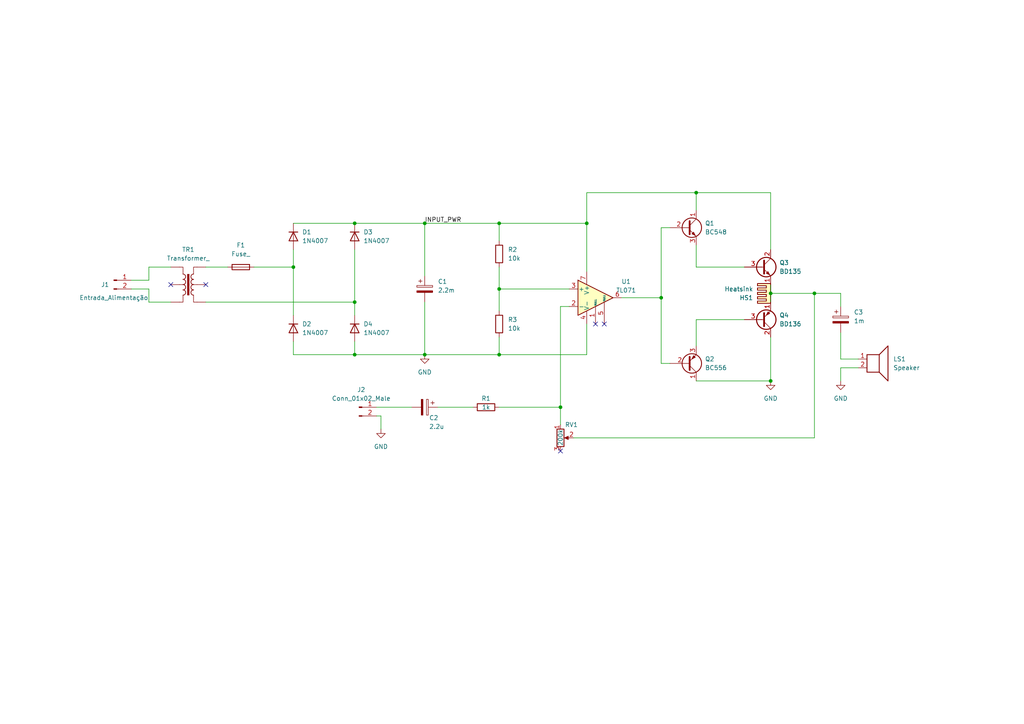
<source format=kicad_sch>
(kicad_sch (version 20211123) (generator eeschema)

  (uuid 00f00fbe-d647-421d-84e9-e35d4a8c5500)

  (paper "A4")

  (lib_symbols
    (symbol "Amplifier_Operational:TL071" (pin_names (offset 0.127)) (in_bom yes) (on_board yes)
      (property "Reference" "U" (id 0) (at 0 6.35 0)
        (effects (font (size 1.27 1.27)) (justify left))
      )
      (property "Value" "TL071" (id 1) (at 0 3.81 0)
        (effects (font (size 1.27 1.27)) (justify left))
      )
      (property "Footprint" "" (id 2) (at 1.27 1.27 0)
        (effects (font (size 1.27 1.27)) hide)
      )
      (property "Datasheet" "http://www.ti.com/lit/ds/symlink/tl071.pdf" (id 3) (at 3.81 3.81 0)
        (effects (font (size 1.27 1.27)) hide)
      )
      (property "ki_keywords" "singel opamp" (id 4) (at 0 0 0)
        (effects (font (size 1.27 1.27)) hide)
      )
      (property "ki_description" "Single Low-Noise JFET-Input Operational Amplifiers, DIP-8/SOIC-8" (id 5) (at 0 0 0)
        (effects (font (size 1.27 1.27)) hide)
      )
      (property "ki_fp_filters" "SOIC*3.9x4.9mm*P1.27mm* DIP*W7.62mm* TSSOP*3x3mm*P0.65mm*" (id 6) (at 0 0 0)
        (effects (font (size 1.27 1.27)) hide)
      )
      (symbol "TL071_0_1"
        (polyline
          (pts
            (xy -5.08 5.08)
            (xy 5.08 0)
            (xy -5.08 -5.08)
            (xy -5.08 5.08)
          )
          (stroke (width 0.254) (type default) (color 0 0 0 0))
          (fill (type background))
        )
      )
      (symbol "TL071_1_1"
        (pin input line (at 0 -7.62 90) (length 5.08)
          (name "NULL" (effects (font (size 0.508 0.508))))
          (number "1" (effects (font (size 1.27 1.27))))
        )
        (pin input line (at -7.62 -2.54 0) (length 2.54)
          (name "-" (effects (font (size 1.27 1.27))))
          (number "2" (effects (font (size 1.27 1.27))))
        )
        (pin input line (at -7.62 2.54 0) (length 2.54)
          (name "+" (effects (font (size 1.27 1.27))))
          (number "3" (effects (font (size 1.27 1.27))))
        )
        (pin power_in line (at -2.54 -7.62 90) (length 3.81)
          (name "V-" (effects (font (size 1.27 1.27))))
          (number "4" (effects (font (size 1.27 1.27))))
        )
        (pin input line (at 2.54 -7.62 90) (length 6.35)
          (name "NULL" (effects (font (size 0.508 0.508))))
          (number "5" (effects (font (size 1.27 1.27))))
        )
        (pin output line (at 7.62 0 180) (length 2.54)
          (name "~" (effects (font (size 1.27 1.27))))
          (number "6" (effects (font (size 1.27 1.27))))
        )
        (pin power_in line (at -2.54 7.62 270) (length 3.81)
          (name "V+" (effects (font (size 1.27 1.27))))
          (number "7" (effects (font (size 1.27 1.27))))
        )
        (pin no_connect line (at 0 2.54 270) (length 2.54) hide
          (name "NC" (effects (font (size 1.27 1.27))))
          (number "8" (effects (font (size 1.27 1.27))))
        )
      )
    )
    (symbol "Connector:Conn_01x02_Male" (pin_names (offset 1.016) hide) (in_bom yes) (on_board yes)
      (property "Reference" "J" (id 0) (at 0 2.54 0)
        (effects (font (size 1.27 1.27)))
      )
      (property "Value" "Conn_01x02_Male" (id 1) (at 0 -5.08 0)
        (effects (font (size 1.27 1.27)))
      )
      (property "Footprint" "" (id 2) (at 0 0 0)
        (effects (font (size 1.27 1.27)) hide)
      )
      (property "Datasheet" "~" (id 3) (at 0 0 0)
        (effects (font (size 1.27 1.27)) hide)
      )
      (property "ki_keywords" "connector" (id 4) (at 0 0 0)
        (effects (font (size 1.27 1.27)) hide)
      )
      (property "ki_description" "Generic connector, single row, 01x02, script generated (kicad-library-utils/schlib/autogen/connector/)" (id 5) (at 0 0 0)
        (effects (font (size 1.27 1.27)) hide)
      )
      (property "ki_fp_filters" "Connector*:*_1x??_*" (id 6) (at 0 0 0)
        (effects (font (size 1.27 1.27)) hide)
      )
      (symbol "Conn_01x02_Male_1_1"
        (polyline
          (pts
            (xy 1.27 -2.54)
            (xy 0.8636 -2.54)
          )
          (stroke (width 0.1524) (type default) (color 0 0 0 0))
          (fill (type none))
        )
        (polyline
          (pts
            (xy 1.27 0)
            (xy 0.8636 0)
          )
          (stroke (width 0.1524) (type default) (color 0 0 0 0))
          (fill (type none))
        )
        (rectangle (start 0.8636 -2.413) (end 0 -2.667)
          (stroke (width 0.1524) (type default) (color 0 0 0 0))
          (fill (type outline))
        )
        (rectangle (start 0.8636 0.127) (end 0 -0.127)
          (stroke (width 0.1524) (type default) (color 0 0 0 0))
          (fill (type outline))
        )
        (pin passive line (at 5.08 0 180) (length 3.81)
          (name "Pin_1" (effects (font (size 1.27 1.27))))
          (number "1" (effects (font (size 1.27 1.27))))
        )
        (pin passive line (at 5.08 -2.54 180) (length 3.81)
          (name "Pin_2" (effects (font (size 1.27 1.27))))
          (number "2" (effects (font (size 1.27 1.27))))
        )
      )
    )
    (symbol "Device:C_Polarized" (pin_numbers hide) (pin_names (offset 0.254)) (in_bom yes) (on_board yes)
      (property "Reference" "C" (id 0) (at 0.635 2.54 0)
        (effects (font (size 1.27 1.27)) (justify left))
      )
      (property "Value" "C_Polarized" (id 1) (at 0.635 -2.54 0)
        (effects (font (size 1.27 1.27)) (justify left))
      )
      (property "Footprint" "" (id 2) (at 0.9652 -3.81 0)
        (effects (font (size 1.27 1.27)) hide)
      )
      (property "Datasheet" "~" (id 3) (at 0 0 0)
        (effects (font (size 1.27 1.27)) hide)
      )
      (property "ki_keywords" "cap capacitor" (id 4) (at 0 0 0)
        (effects (font (size 1.27 1.27)) hide)
      )
      (property "ki_description" "Polarized capacitor" (id 5) (at 0 0 0)
        (effects (font (size 1.27 1.27)) hide)
      )
      (property "ki_fp_filters" "CP_*" (id 6) (at 0 0 0)
        (effects (font (size 1.27 1.27)) hide)
      )
      (symbol "C_Polarized_0_1"
        (rectangle (start -2.286 0.508) (end 2.286 1.016)
          (stroke (width 0) (type default) (color 0 0 0 0))
          (fill (type none))
        )
        (polyline
          (pts
            (xy -1.778 2.286)
            (xy -0.762 2.286)
          )
          (stroke (width 0) (type default) (color 0 0 0 0))
          (fill (type none))
        )
        (polyline
          (pts
            (xy -1.27 2.794)
            (xy -1.27 1.778)
          )
          (stroke (width 0) (type default) (color 0 0 0 0))
          (fill (type none))
        )
        (rectangle (start 2.286 -0.508) (end -2.286 -1.016)
          (stroke (width 0) (type default) (color 0 0 0 0))
          (fill (type outline))
        )
      )
      (symbol "C_Polarized_1_1"
        (pin passive line (at 0 3.81 270) (length 2.794)
          (name "~" (effects (font (size 1.27 1.27))))
          (number "1" (effects (font (size 1.27 1.27))))
        )
        (pin passive line (at 0 -3.81 90) (length 2.794)
          (name "~" (effects (font (size 1.27 1.27))))
          (number "2" (effects (font (size 1.27 1.27))))
        )
      )
    )
    (symbol "Device:R" (pin_numbers hide) (pin_names (offset 0)) (in_bom yes) (on_board yes)
      (property "Reference" "R" (id 0) (at 2.032 0 90)
        (effects (font (size 1.27 1.27)))
      )
      (property "Value" "R" (id 1) (at 0 0 90)
        (effects (font (size 1.27 1.27)))
      )
      (property "Footprint" "" (id 2) (at -1.778 0 90)
        (effects (font (size 1.27 1.27)) hide)
      )
      (property "Datasheet" "~" (id 3) (at 0 0 0)
        (effects (font (size 1.27 1.27)) hide)
      )
      (property "ki_keywords" "R res resistor" (id 4) (at 0 0 0)
        (effects (font (size 1.27 1.27)) hide)
      )
      (property "ki_description" "Resistor" (id 5) (at 0 0 0)
        (effects (font (size 1.27 1.27)) hide)
      )
      (property "ki_fp_filters" "R_*" (id 6) (at 0 0 0)
        (effects (font (size 1.27 1.27)) hide)
      )
      (symbol "R_0_1"
        (rectangle (start -1.016 -2.54) (end 1.016 2.54)
          (stroke (width 0.254) (type default) (color 0 0 0 0))
          (fill (type none))
        )
      )
      (symbol "R_1_1"
        (pin passive line (at 0 3.81 270) (length 1.27)
          (name "~" (effects (font (size 1.27 1.27))))
          (number "1" (effects (font (size 1.27 1.27))))
        )
        (pin passive line (at 0 -3.81 90) (length 1.27)
          (name "~" (effects (font (size 1.27 1.27))))
          (number "2" (effects (font (size 1.27 1.27))))
        )
      )
    )
    (symbol "Device:R_Potentiometer" (pin_names (offset 1.016) hide) (in_bom yes) (on_board yes)
      (property "Reference" "RV" (id 0) (at -4.445 0 90)
        (effects (font (size 1.27 1.27)))
      )
      (property "Value" "R_Potentiometer" (id 1) (at -2.54 0 90)
        (effects (font (size 1.27 1.27)))
      )
      (property "Footprint" "" (id 2) (at 0 0 0)
        (effects (font (size 1.27 1.27)) hide)
      )
      (property "Datasheet" "~" (id 3) (at 0 0 0)
        (effects (font (size 1.27 1.27)) hide)
      )
      (property "ki_keywords" "resistor variable" (id 4) (at 0 0 0)
        (effects (font (size 1.27 1.27)) hide)
      )
      (property "ki_description" "Potentiometer" (id 5) (at 0 0 0)
        (effects (font (size 1.27 1.27)) hide)
      )
      (property "ki_fp_filters" "Potentiometer*" (id 6) (at 0 0 0)
        (effects (font (size 1.27 1.27)) hide)
      )
      (symbol "R_Potentiometer_0_1"
        (polyline
          (pts
            (xy 2.54 0)
            (xy 1.524 0)
          )
          (stroke (width 0) (type default) (color 0 0 0 0))
          (fill (type none))
        )
        (polyline
          (pts
            (xy 1.143 0)
            (xy 2.286 0.508)
            (xy 2.286 -0.508)
            (xy 1.143 0)
          )
          (stroke (width 0) (type default) (color 0 0 0 0))
          (fill (type outline))
        )
        (rectangle (start 1.016 2.54) (end -1.016 -2.54)
          (stroke (width 0.254) (type default) (color 0 0 0 0))
          (fill (type none))
        )
      )
      (symbol "R_Potentiometer_1_1"
        (pin passive line (at 0 3.81 270) (length 1.27)
          (name "1" (effects (font (size 1.27 1.27))))
          (number "1" (effects (font (size 1.27 1.27))))
        )
        (pin passive line (at 3.81 0 180) (length 1.27)
          (name "2" (effects (font (size 1.27 1.27))))
          (number "2" (effects (font (size 1.27 1.27))))
        )
        (pin passive line (at 0 -3.81 90) (length 1.27)
          (name "3" (effects (font (size 1.27 1.27))))
          (number "3" (effects (font (size 1.27 1.27))))
        )
      )
    )
    (symbol "Device:Speaker" (pin_names (offset 0) hide) (in_bom yes) (on_board yes)
      (property "Reference" "LS" (id 0) (at 1.27 5.715 0)
        (effects (font (size 1.27 1.27)) (justify right))
      )
      (property "Value" "Speaker" (id 1) (at 1.27 3.81 0)
        (effects (font (size 1.27 1.27)) (justify right))
      )
      (property "Footprint" "" (id 2) (at 0 -5.08 0)
        (effects (font (size 1.27 1.27)) hide)
      )
      (property "Datasheet" "~" (id 3) (at -0.254 -1.27 0)
        (effects (font (size 1.27 1.27)) hide)
      )
      (property "ki_keywords" "speaker sound" (id 4) (at 0 0 0)
        (effects (font (size 1.27 1.27)) hide)
      )
      (property "ki_description" "Speaker" (id 5) (at 0 0 0)
        (effects (font (size 1.27 1.27)) hide)
      )
      (symbol "Speaker_0_0"
        (rectangle (start -2.54 1.27) (end 1.016 -3.81)
          (stroke (width 0.254) (type default) (color 0 0 0 0))
          (fill (type none))
        )
        (polyline
          (pts
            (xy 1.016 1.27)
            (xy 3.556 3.81)
            (xy 3.556 -6.35)
            (xy 1.016 -3.81)
          )
          (stroke (width 0.254) (type default) (color 0 0 0 0))
          (fill (type none))
        )
      )
      (symbol "Speaker_1_1"
        (pin input line (at -5.08 0 0) (length 2.54)
          (name "1" (effects (font (size 1.27 1.27))))
          (number "1" (effects (font (size 1.27 1.27))))
        )
        (pin input line (at -5.08 -2.54 0) (length 2.54)
          (name "2" (effects (font (size 1.27 1.27))))
          (number "2" (effects (font (size 1.27 1.27))))
        )
      )
    )
    (symbol "Diode:1N4007" (pin_numbers hide) (pin_names (offset 1.016) hide) (in_bom yes) (on_board yes)
      (property "Reference" "D" (id 0) (at 0 2.54 0)
        (effects (font (size 1.27 1.27)))
      )
      (property "Value" "1N4007" (id 1) (at 0 -2.54 0)
        (effects (font (size 1.27 1.27)))
      )
      (property "Footprint" "Diode_THT:D_DO-41_SOD81_P10.16mm_Horizontal" (id 2) (at 0 -4.445 0)
        (effects (font (size 1.27 1.27)) hide)
      )
      (property "Datasheet" "http://www.vishay.com/docs/88503/1n4001.pdf" (id 3) (at 0 0 0)
        (effects (font (size 1.27 1.27)) hide)
      )
      (property "ki_keywords" "diode" (id 4) (at 0 0 0)
        (effects (font (size 1.27 1.27)) hide)
      )
      (property "ki_description" "1000V 1A General Purpose Rectifier Diode, DO-41" (id 5) (at 0 0 0)
        (effects (font (size 1.27 1.27)) hide)
      )
      (property "ki_fp_filters" "D*DO?41*" (id 6) (at 0 0 0)
        (effects (font (size 1.27 1.27)) hide)
      )
      (symbol "1N4007_0_1"
        (polyline
          (pts
            (xy -1.27 1.27)
            (xy -1.27 -1.27)
          )
          (stroke (width 0.254) (type default) (color 0 0 0 0))
          (fill (type none))
        )
        (polyline
          (pts
            (xy 1.27 0)
            (xy -1.27 0)
          )
          (stroke (width 0) (type default) (color 0 0 0 0))
          (fill (type none))
        )
        (polyline
          (pts
            (xy 1.27 1.27)
            (xy 1.27 -1.27)
            (xy -1.27 0)
            (xy 1.27 1.27)
          )
          (stroke (width 0.254) (type default) (color 0 0 0 0))
          (fill (type none))
        )
      )
      (symbol "1N4007_1_1"
        (pin passive line (at -3.81 0 0) (length 2.54)
          (name "K" (effects (font (size 1.27 1.27))))
          (number "1" (effects (font (size 1.27 1.27))))
        )
        (pin passive line (at 3.81 0 180) (length 2.54)
          (name "A" (effects (font (size 1.27 1.27))))
          (number "2" (effects (font (size 1.27 1.27))))
        )
      )
    )
    (symbol "Mechanical:Heatsink" (pin_names (offset 1.016)) (in_bom yes) (on_board yes)
      (property "Reference" "HS" (id 0) (at 0 5.08 0)
        (effects (font (size 1.27 1.27)))
      )
      (property "Value" "Heatsink" (id 1) (at 0 -1.27 0)
        (effects (font (size 1.27 1.27)))
      )
      (property "Footprint" "" (id 2) (at 0.3048 0 0)
        (effects (font (size 1.27 1.27)) hide)
      )
      (property "Datasheet" "~" (id 3) (at 0.3048 0 0)
        (effects (font (size 1.27 1.27)) hide)
      )
      (property "ki_keywords" "thermal heat temperature" (id 4) (at 0 0 0)
        (effects (font (size 1.27 1.27)) hide)
      )
      (property "ki_description" "Heatsink" (id 5) (at 0 0 0)
        (effects (font (size 1.27 1.27)) hide)
      )
      (property "ki_fp_filters" "Heatsink_*" (id 6) (at 0 0 0)
        (effects (font (size 1.27 1.27)) hide)
      )
      (symbol "Heatsink_0_1"
        (polyline
          (pts
            (xy -0.3302 1.27)
            (xy -0.9652 1.27)
            (xy -0.9652 3.81)
            (xy -1.6002 3.81)
            (xy -1.6002 1.27)
            (xy -2.2352 1.27)
            (xy -2.2352 3.81)
            (xy -2.8702 3.81)
            (xy -2.8702 0)
            (xy -0.9652 0)
          )
          (stroke (width 0.254) (type default) (color 0 0 0 0))
          (fill (type background))
        )
        (polyline
          (pts
            (xy -0.3302 1.27)
            (xy -0.3302 3.81)
            (xy 0.3048 3.81)
            (xy 0.3048 1.27)
            (xy 0.9398 1.27)
            (xy 0.9398 3.81)
            (xy 1.5748 3.81)
            (xy 1.5748 1.27)
            (xy 2.2098 1.27)
            (xy 2.2098 3.81)
            (xy 2.8448 3.81)
            (xy 2.8448 0)
            (xy -0.9652 0)
          )
          (stroke (width 0.254) (type default) (color 0 0 0 0))
          (fill (type background))
        )
      )
    )
    (symbol "Transistor_BJT:BC548" (pin_names (offset 0) hide) (in_bom yes) (on_board yes)
      (property "Reference" "Q" (id 0) (at 5.08 1.905 0)
        (effects (font (size 1.27 1.27)) (justify left))
      )
      (property "Value" "BC548" (id 1) (at 5.08 0 0)
        (effects (font (size 1.27 1.27)) (justify left))
      )
      (property "Footprint" "Package_TO_SOT_THT:TO-92_Inline" (id 2) (at 5.08 -1.905 0)
        (effects (font (size 1.27 1.27) italic) (justify left) hide)
      )
      (property "Datasheet" "https://www.onsemi.com/pub/Collateral/BC550-D.pdf" (id 3) (at 0 0 0)
        (effects (font (size 1.27 1.27)) (justify left) hide)
      )
      (property "ki_keywords" "NPN Transistor" (id 4) (at 0 0 0)
        (effects (font (size 1.27 1.27)) hide)
      )
      (property "ki_description" "0.1A Ic, 30V Vce, Small Signal NPN Transistor, TO-92" (id 5) (at 0 0 0)
        (effects (font (size 1.27 1.27)) hide)
      )
      (property "ki_fp_filters" "TO?92*" (id 6) (at 0 0 0)
        (effects (font (size 1.27 1.27)) hide)
      )
      (symbol "BC548_0_1"
        (polyline
          (pts
            (xy 0 0)
            (xy 0.635 0)
          )
          (stroke (width 0) (type default) (color 0 0 0 0))
          (fill (type none))
        )
        (polyline
          (pts
            (xy 0.635 0.635)
            (xy 2.54 2.54)
          )
          (stroke (width 0) (type default) (color 0 0 0 0))
          (fill (type none))
        )
        (polyline
          (pts
            (xy 0.635 -0.635)
            (xy 2.54 -2.54)
            (xy 2.54 -2.54)
          )
          (stroke (width 0) (type default) (color 0 0 0 0))
          (fill (type none))
        )
        (polyline
          (pts
            (xy 0.635 1.905)
            (xy 0.635 -1.905)
            (xy 0.635 -1.905)
          )
          (stroke (width 0.508) (type default) (color 0 0 0 0))
          (fill (type none))
        )
        (polyline
          (pts
            (xy 1.27 -1.778)
            (xy 1.778 -1.27)
            (xy 2.286 -2.286)
            (xy 1.27 -1.778)
            (xy 1.27 -1.778)
          )
          (stroke (width 0) (type default) (color 0 0 0 0))
          (fill (type outline))
        )
        (circle (center 1.27 0) (radius 2.8194)
          (stroke (width 0.254) (type default) (color 0 0 0 0))
          (fill (type none))
        )
      )
      (symbol "BC548_1_1"
        (pin passive line (at 2.54 5.08 270) (length 2.54)
          (name "C" (effects (font (size 1.27 1.27))))
          (number "1" (effects (font (size 1.27 1.27))))
        )
        (pin input line (at -5.08 0 0) (length 5.08)
          (name "B" (effects (font (size 1.27 1.27))))
          (number "2" (effects (font (size 1.27 1.27))))
        )
        (pin passive line (at 2.54 -5.08 90) (length 2.54)
          (name "E" (effects (font (size 1.27 1.27))))
          (number "3" (effects (font (size 1.27 1.27))))
        )
      )
    )
    (symbol "Transistor_BJT:BC556" (pin_names (offset 0) hide) (in_bom yes) (on_board yes)
      (property "Reference" "Q" (id 0) (at 5.08 1.905 0)
        (effects (font (size 1.27 1.27)) (justify left))
      )
      (property "Value" "BC556" (id 1) (at 5.08 0 0)
        (effects (font (size 1.27 1.27)) (justify left))
      )
      (property "Footprint" "Package_TO_SOT_THT:TO-92_Inline" (id 2) (at 5.08 -1.905 0)
        (effects (font (size 1.27 1.27) italic) (justify left) hide)
      )
      (property "Datasheet" "https://www.onsemi.com/pub/Collateral/BC556BTA-D.pdf" (id 3) (at 0 0 0)
        (effects (font (size 1.27 1.27)) (justify left) hide)
      )
      (property "ki_keywords" "PNP Transistor" (id 4) (at 0 0 0)
        (effects (font (size 1.27 1.27)) hide)
      )
      (property "ki_description" "0.1A Ic, 65V Vce, PNP Small Signal Transistor, TO-92" (id 5) (at 0 0 0)
        (effects (font (size 1.27 1.27)) hide)
      )
      (property "ki_fp_filters" "TO?92*" (id 6) (at 0 0 0)
        (effects (font (size 1.27 1.27)) hide)
      )
      (symbol "BC556_0_1"
        (polyline
          (pts
            (xy 0.635 0.635)
            (xy 2.54 2.54)
          )
          (stroke (width 0) (type default) (color 0 0 0 0))
          (fill (type none))
        )
        (polyline
          (pts
            (xy 0.635 -0.635)
            (xy 2.54 -2.54)
            (xy 2.54 -2.54)
          )
          (stroke (width 0) (type default) (color 0 0 0 0))
          (fill (type none))
        )
        (polyline
          (pts
            (xy 0.635 1.905)
            (xy 0.635 -1.905)
            (xy 0.635 -1.905)
          )
          (stroke (width 0.508) (type default) (color 0 0 0 0))
          (fill (type none))
        )
        (polyline
          (pts
            (xy 2.286 -1.778)
            (xy 1.778 -2.286)
            (xy 1.27 -1.27)
            (xy 2.286 -1.778)
            (xy 2.286 -1.778)
          )
          (stroke (width 0) (type default) (color 0 0 0 0))
          (fill (type outline))
        )
        (circle (center 1.27 0) (radius 2.8194)
          (stroke (width 0.254) (type default) (color 0 0 0 0))
          (fill (type none))
        )
      )
      (symbol "BC556_1_1"
        (pin passive line (at 2.54 5.08 270) (length 2.54)
          (name "C" (effects (font (size 1.27 1.27))))
          (number "1" (effects (font (size 1.27 1.27))))
        )
        (pin input line (at -5.08 0 0) (length 5.715)
          (name "B" (effects (font (size 1.27 1.27))))
          (number "2" (effects (font (size 1.27 1.27))))
        )
        (pin passive line (at 2.54 -5.08 90) (length 2.54)
          (name "E" (effects (font (size 1.27 1.27))))
          (number "3" (effects (font (size 1.27 1.27))))
        )
      )
    )
    (symbol "Transistor_BJT:BD135" (pin_names (offset 0) hide) (in_bom yes) (on_board yes)
      (property "Reference" "Q" (id 0) (at 5.08 1.905 0)
        (effects (font (size 1.27 1.27)) (justify left))
      )
      (property "Value" "BD135" (id 1) (at 5.08 0 0)
        (effects (font (size 1.27 1.27)) (justify left))
      )
      (property "Footprint" "Package_TO_SOT_THT:TO-126-3_Vertical" (id 2) (at 5.08 -1.905 0)
        (effects (font (size 1.27 1.27) italic) (justify left) hide)
      )
      (property "Datasheet" "http://www.st.com/internet/com/TECHNICAL_RESOURCES/TECHNICAL_LITERATURE/DATASHEET/CD00001225.pdf" (id 3) (at 0 0 0)
        (effects (font (size 1.27 1.27)) (justify left) hide)
      )
      (property "ki_keywords" "Low Voltage Transistor" (id 4) (at 0 0 0)
        (effects (font (size 1.27 1.27)) hide)
      )
      (property "ki_description" "1.5A Ic, 45V Vce, Low Voltage Transistor, TO-126" (id 5) (at 0 0 0)
        (effects (font (size 1.27 1.27)) hide)
      )
      (property "ki_fp_filters" "TO?126*" (id 6) (at 0 0 0)
        (effects (font (size 1.27 1.27)) hide)
      )
      (symbol "BD135_0_1"
        (polyline
          (pts
            (xy 0 0)
            (xy 0.635 0)
          )
          (stroke (width 0) (type default) (color 0 0 0 0))
          (fill (type none))
        )
        (polyline
          (pts
            (xy 2.54 -2.54)
            (xy 0.635 -0.635)
          )
          (stroke (width 0) (type default) (color 0 0 0 0))
          (fill (type none))
        )
        (polyline
          (pts
            (xy 2.54 2.54)
            (xy 0.635 0.635)
          )
          (stroke (width 0) (type default) (color 0 0 0 0))
          (fill (type none))
        )
        (polyline
          (pts
            (xy 0.635 1.905)
            (xy 0.635 -1.905)
            (xy 0.635 -1.905)
          )
          (stroke (width 0.508) (type default) (color 0 0 0 0))
          (fill (type outline))
        )
        (polyline
          (pts
            (xy 1.2446 -1.778)
            (xy 1.7526 -1.27)
            (xy 2.286 -2.286)
            (xy 1.2446 -1.778)
            (xy 1.2446 -1.778)
          )
          (stroke (width 0) (type default) (color 0 0 0 0))
          (fill (type outline))
        )
        (circle (center 1.27 0) (radius 2.8194)
          (stroke (width 0.3048) (type default) (color 0 0 0 0))
          (fill (type none))
        )
      )
      (symbol "BD135_1_1"
        (pin passive line (at 2.54 -5.08 90) (length 2.54)
          (name "E" (effects (font (size 1.27 1.27))))
          (number "1" (effects (font (size 1.27 1.27))))
        )
        (pin passive line (at 2.54 5.08 270) (length 2.54)
          (name "C" (effects (font (size 1.27 1.27))))
          (number "2" (effects (font (size 1.27 1.27))))
        )
        (pin input line (at -5.08 0 0) (length 5.08)
          (name "B" (effects (font (size 1.27 1.27))))
          (number "3" (effects (font (size 1.27 1.27))))
        )
      )
    )
    (symbol "Transistor_BJT:BD136" (pin_names (offset 0) hide) (in_bom yes) (on_board yes)
      (property "Reference" "Q" (id 0) (at 5.08 1.905 0)
        (effects (font (size 1.27 1.27)) (justify left))
      )
      (property "Value" "BD136" (id 1) (at 5.08 0 0)
        (effects (font (size 1.27 1.27)) (justify left))
      )
      (property "Footprint" "Package_TO_SOT_THT:TO-126-3_Vertical" (id 2) (at 5.08 -1.905 0)
        (effects (font (size 1.27 1.27) italic) (justify left) hide)
      )
      (property "Datasheet" "http://www.st.com/internet/com/TECHNICAL_RESOURCES/TECHNICAL_LITERATURE/DATASHEET/CD00001225.pdf" (id 3) (at 0 0 0)
        (effects (font (size 1.27 1.27)) (justify left) hide)
      )
      (property "ki_keywords" "Low Voltage Transistor" (id 4) (at 0 0 0)
        (effects (font (size 1.27 1.27)) hide)
      )
      (property "ki_description" "1.5A Ic, 45V Vce, Low Voltage Transistor, TO-126" (id 5) (at 0 0 0)
        (effects (font (size 1.27 1.27)) hide)
      )
      (property "ki_fp_filters" "TO?126*" (id 6) (at 0 0 0)
        (effects (font (size 1.27 1.27)) hide)
      )
      (symbol "BD136_0_1"
        (polyline
          (pts
            (xy 0 0)
            (xy 0.635 0)
          )
          (stroke (width 0) (type default) (color 0 0 0 0))
          (fill (type none))
        )
        (polyline
          (pts
            (xy 2.54 -2.54)
            (xy 0.635 -0.635)
          )
          (stroke (width 0) (type default) (color 0 0 0 0))
          (fill (type none))
        )
        (polyline
          (pts
            (xy 2.54 2.54)
            (xy 0.635 0.635)
          )
          (stroke (width 0) (type default) (color 0 0 0 0))
          (fill (type none))
        )
        (polyline
          (pts
            (xy 0.635 1.905)
            (xy 0.635 -1.905)
            (xy 0.635 -1.905)
          )
          (stroke (width 0.508) (type default) (color 0 0 0 0))
          (fill (type outline))
        )
        (polyline
          (pts
            (xy 1.778 -2.286)
            (xy 2.286 -1.778)
            (xy 1.27 -1.27)
            (xy 1.778 -2.286)
            (xy 1.778 -2.286)
          )
          (stroke (width 0) (type default) (color 0 0 0 0))
          (fill (type outline))
        )
        (circle (center 1.27 0) (radius 2.8194)
          (stroke (width 0.3048) (type default) (color 0 0 0 0))
          (fill (type none))
        )
      )
      (symbol "BD136_1_1"
        (pin passive line (at 2.54 -5.08 90) (length 2.54)
          (name "E" (effects (font (size 1.27 1.27))))
          (number "1" (effects (font (size 1.27 1.27))))
        )
        (pin passive line (at 2.54 5.08 270) (length 2.54)
          (name "C" (effects (font (size 1.27 1.27))))
          (number "2" (effects (font (size 1.27 1.27))))
        )
        (pin input line (at -5.08 0 0) (length 5.08)
          (name "B" (effects (font (size 1.27 1.27))))
          (number "3" (effects (font (size 1.27 1.27))))
        )
      )
    )
    (symbol "power:GND" (power) (pin_names (offset 0)) (in_bom yes) (on_board yes)
      (property "Reference" "#PWR" (id 0) (at 0 -6.35 0)
        (effects (font (size 1.27 1.27)) hide)
      )
      (property "Value" "GND" (id 1) (at 0 -3.81 0)
        (effects (font (size 1.27 1.27)))
      )
      (property "Footprint" "" (id 2) (at 0 0 0)
        (effects (font (size 1.27 1.27)) hide)
      )
      (property "Datasheet" "" (id 3) (at 0 0 0)
        (effects (font (size 1.27 1.27)) hide)
      )
      (property "ki_keywords" "power-flag" (id 4) (at 0 0 0)
        (effects (font (size 1.27 1.27)) hide)
      )
      (property "ki_description" "Power symbol creates a global label with name \"GND\" , ground" (id 5) (at 0 0 0)
        (effects (font (size 1.27 1.27)) hide)
      )
      (symbol "GND_0_1"
        (polyline
          (pts
            (xy 0 0)
            (xy 0 -1.27)
            (xy 1.27 -1.27)
            (xy 0 -2.54)
            (xy -1.27 -1.27)
            (xy 0 -1.27)
          )
          (stroke (width 0) (type default) (color 0 0 0 0))
          (fill (type none))
        )
      )
      (symbol "GND_1_1"
        (pin power_in line (at 0 0 270) (length 0) hide
          (name "GND" (effects (font (size 1.27 1.27))))
          (number "1" (effects (font (size 1.27 1.27))))
        )
      )
    )
    (symbol "projeto1:Fuse_" (pin_numbers hide) (pin_names (offset 0)) (in_bom yes) (on_board yes)
      (property "Reference" "F" (id 0) (at 2.032 0 90)
        (effects (font (size 1.27 1.27)))
      )
      (property "Value" "Fuse_" (id 1) (at -1.905 0 90)
        (effects (font (size 1.27 1.27)))
      )
      (property "Footprint" "" (id 2) (at -1.778 0 90)
        (effects (font (size 1.27 1.27)) hide)
      )
      (property "Datasheet" "~" (id 3) (at 0 0 0)
        (effects (font (size 1.27 1.27)) hide)
      )
      (property "ki_keywords" "fuse" (id 4) (at 0 0 0)
        (effects (font (size 1.27 1.27)) hide)
      )
      (property "ki_description" "Fuse" (id 5) (at 0 0 0)
        (effects (font (size 1.27 1.27)) hide)
      )
      (property "ki_fp_filters" "*Fuse*" (id 6) (at 0 0 0)
        (effects (font (size 1.27 1.27)) hide)
      )
      (symbol "Fuse__0_1"
        (rectangle (start -0.762 -2.54) (end 0.762 2.54)
          (stroke (width 0.254) (type default) (color 0 0 0 0))
          (fill (type none))
        )
        (polyline
          (pts
            (xy 0 2.54)
            (xy 0 -2.54)
          )
          (stroke (width 0) (type default) (color 0 0 0 0))
          (fill (type none))
        )
      )
      (symbol "Fuse__1_1"
        (pin passive line (at 0 3.81 270) (length 1.27)
          (name "~" (effects (font (size 1.27 1.27))))
          (number "1" (effects (font (size 1.27 1.27))))
        )
        (pin passive line (at 0 -3.81 90) (length 1.27)
          (name "~" (effects (font (size 1.27 1.27))))
          (number "2" (effects (font (size 1.27 1.27))))
        )
      )
    )
    (symbol "projeto1:Transformer_" (pin_numbers hide) (pin_names (offset 0)) (in_bom yes) (on_board yes)
      (property "Reference" "TR" (id 0) (at 0 6.35 0)
        (effects (font (size 1.27 1.27)))
      )
      (property "Value" "Transformer_" (id 1) (at 0 -6.35 0)
        (effects (font (size 1.27 1.27)))
      )
      (property "Footprint" "" (id 2) (at 0 0 0)
        (effects (font (size 1.27 1.27)) hide)
      )
      (property "Datasheet" "" (id 3) (at 0 0 0)
        (effects (font (size 1.27 1.27)) hide)
      )
      (symbol "Transformer__0_1"
        (arc (start -1.524 -3.048) (mid -0.762 -2.286) (end -1.524 -1.524)
          (stroke (width 0.2032) (type default) (color 0 0 0 0))
          (fill (type none))
        )
        (arc (start -1.524 -1.524) (mid -0.762 -0.762) (end -1.524 0)
          (stroke (width 0.2032) (type default) (color 0 0 0 0))
          (fill (type none))
        )
        (arc (start -1.524 0) (mid -0.762 0.762) (end -1.524 1.524)
          (stroke (width 0.2032) (type default) (color 0 0 0 0))
          (fill (type none))
        )
        (arc (start -1.524 1.524) (mid -0.762 2.286) (end -1.524 3.048)
          (stroke (width 0.2032) (type default) (color 0 0 0 0))
          (fill (type none))
        )
        (rectangle (start -0.254 3.048) (end 0.254 -3.048)
          (stroke (width 0.0254) (type default) (color 0 0 0 0))
          (fill (type outline))
        )
        (polyline
          (pts
            (xy -1.524 0)
            (xy -2.54 0)
            (xy -2.54 0)
          )
          (stroke (width 0) (type default) (color 0 0 0 0))
          (fill (type outline))
        )
        (polyline
          (pts
            (xy 1.524 0)
            (xy 2.54 0)
            (xy 2.54 0)
          )
          (stroke (width 0) (type default) (color 0 0 0 0))
          (fill (type outline))
        )
        (polyline
          (pts
            (xy -2.54 5.08)
            (xy -1.524 5.08)
            (xy -1.524 3.048)
            (xy -1.524 3.048)
          )
          (stroke (width 0.1524) (type default) (color 0 0 0 0))
          (fill (type none))
        )
        (polyline
          (pts
            (xy -1.524 -3.048)
            (xy -1.524 -5.08)
            (xy -2.54 -5.08)
            (xy -2.54 -5.08)
          )
          (stroke (width 0.1524) (type default) (color 0 0 0 0))
          (fill (type none))
        )
        (polyline
          (pts
            (xy 1.524 3.048)
            (xy 1.524 5.08)
            (xy 2.54 5.08)
            (xy 2.54 5.08)
          )
          (stroke (width 0.1524) (type default) (color 0 0 0 0))
          (fill (type none))
        )
        (polyline
          (pts
            (xy 2.54 -5.08)
            (xy 1.524 -5.08)
            (xy 1.524 -3.048)
            (xy 1.524 -3.048)
          )
          (stroke (width 0.1524) (type default) (color 0 0 0 0))
          (fill (type none))
        )
        (arc (start 1.524 -1.524) (mid 0.762 -2.286) (end 1.524 -3.048)
          (stroke (width 0.2032) (type default) (color 0 0 0 0))
          (fill (type none))
        )
        (arc (start 1.524 0) (mid 0.762 -0.762) (end 1.524 -1.524)
          (stroke (width 0.2032) (type default) (color 0 0 0 0))
          (fill (type none))
        )
        (arc (start 1.524 1.524) (mid 0.762 0.762) (end 1.524 0)
          (stroke (width 0.2032) (type default) (color 0 0 0 0))
          (fill (type none))
        )
        (arc (start 1.524 3.048) (mid 0.762 2.286) (end 1.524 1.524)
          (stroke (width 0.2032) (type default) (color 0 0 0 0))
          (fill (type none))
        )
      )
      (symbol "Transformer__1_1"
        (pin passive line (at -5.08 5.08 0) (length 2.54)
          (name "~" (effects (font (size 1.27 1.27))))
          (number "1" (effects (font (size 1.27 1.27))))
        )
        (pin passive line (at -5.08 0 0) (length 2.54)
          (name "~" (effects (font (size 1.27 1.27))))
          (number "2" (effects (font (size 1.27 1.27))))
        )
        (pin passive line (at -5.08 -5.08 0) (length 2.54)
          (name "~" (effects (font (size 1.27 1.27))))
          (number "3" (effects (font (size 1.27 1.27))))
        )
        (pin passive line (at 5.08 -5.08 180) (length 2.54)
          (name "~" (effects (font (size 1.27 1.27))))
          (number "4" (effects (font (size 1.27 1.27))))
        )
        (pin passive line (at 5.08 0 180) (length 2.54)
          (name "~" (effects (font (size 1.27 1.27))))
          (number "5" (effects (font (size 1.27 1.27))))
        )
        (pin passive line (at 5.08 5.08 180) (length 2.54)
          (name "~" (effects (font (size 1.27 1.27))))
          (number "6" (effects (font (size 1.27 1.27))))
        )
      )
    )
  )


  (junction (at 123.19 102.87) (diameter 0) (color 0 0 0 0)
    (uuid 2c563898-38ba-4c1c-bec7-c4eeb4b23b01)
  )
  (junction (at 102.87 64.77) (diameter 0) (color 0 0 0 0)
    (uuid 30cc9e29-a5b2-4725-91d7-6702bfecbb3c)
  )
  (junction (at 144.78 83.82) (diameter 0) (color 0 0 0 0)
    (uuid 389b1a9a-0766-40fe-a310-de3ab422fdd4)
  )
  (junction (at 123.19 64.77) (diameter 0) (color 0 0 0 0)
    (uuid 47234c1b-4d70-4685-b714-6524c6b90b3f)
  )
  (junction (at 144.78 64.77) (diameter 0) (color 0 0 0 0)
    (uuid 5b0400b1-ca93-4aed-a750-d9c8ffc764a3)
  )
  (junction (at 144.78 102.87) (diameter 0) (color 0 0 0 0)
    (uuid 703c37c7-567e-43b3-b6c5-6a504451f77b)
  )
  (junction (at 223.52 85.09) (diameter 0) (color 0 0 0 0)
    (uuid 7eb84255-7ff4-4abe-b8e7-aded18480923)
  )
  (junction (at 201.93 55.88) (diameter 0) (color 0 0 0 0)
    (uuid a0354e64-9f88-4188-85e7-c4596ecaf1bb)
  )
  (junction (at 102.87 102.87) (diameter 0) (color 0 0 0 0)
    (uuid a81e2c85-6b3c-4df1-95bf-90e271cf6f34)
  )
  (junction (at 236.22 85.09) (diameter 0) (color 0 0 0 0)
    (uuid ac83a64e-269b-4fae-b67a-ad2e0b936ee9)
  )
  (junction (at 191.77 86.36) (diameter 0) (color 0 0 0 0)
    (uuid b0ae3088-38ad-4102-b9d7-406b424fe60d)
  )
  (junction (at 85.09 77.47) (diameter 0) (color 0 0 0 0)
    (uuid bee80bd8-c867-4b3d-a491-d96256f49b42)
  )
  (junction (at 170.18 64.77) (diameter 0) (color 0 0 0 0)
    (uuid c276a300-a8ac-4182-9c62-d2eeca5cfaed)
  )
  (junction (at 223.52 110.49) (diameter 0) (color 0 0 0 0)
    (uuid c5b56ae2-c7bb-4f0c-9c03-2c1ed902908b)
  )
  (junction (at 102.87 87.63) (diameter 0) (color 0 0 0 0)
    (uuid e8e1c25a-c1bb-46a4-844e-dbdece1adc20)
  )
  (junction (at 162.56 118.11) (diameter 0) (color 0 0 0 0)
    (uuid f8a0a69e-7794-4b5e-b814-e390f741ee6c)
  )

  (no_connect (at 172.72 93.98) (uuid 4a31351e-1acf-47a2-a2c6-af92ae80f078))
  (no_connect (at 162.56 130.81) (uuid 6fba6519-9488-4498-91b0-e3d5cb3703c9))
  (no_connect (at 59.69 82.55) (uuid 7162051f-f0af-4c38-8693-a63ec5758a53))
  (no_connect (at 49.53 82.55) (uuid 717c1ab8-e3f1-470f-80d5-56937a0a6850))
  (no_connect (at 175.26 93.98) (uuid fa215d33-e0b4-4ce2-a6f1-3dc91332708c))

  (wire (pts (xy 223.52 110.49) (xy 201.93 110.49))
    (stroke (width 0) (type default) (color 0 0 0 0))
    (uuid 0032c0d7-80b2-4fe0-83a3-47320d16faf4)
  )
  (wire (pts (xy 43.18 77.47) (xy 49.53 77.47))
    (stroke (width 0) (type default) (color 0 0 0 0))
    (uuid 022f8804-ee24-4d40-ac98-08a1ae065506)
  )
  (wire (pts (xy 123.19 102.87) (xy 144.78 102.87))
    (stroke (width 0) (type default) (color 0 0 0 0))
    (uuid 0576cbce-d6b0-47d1-ac03-6a60c79620a6)
  )
  (wire (pts (xy 191.77 86.36) (xy 191.77 66.04))
    (stroke (width 0) (type default) (color 0 0 0 0))
    (uuid 081d3ae8-20b3-476f-8e0d-14aaa66b0ca0)
  )
  (wire (pts (xy 144.78 77.47) (xy 144.78 83.82))
    (stroke (width 0) (type default) (color 0 0 0 0))
    (uuid 14fc50e7-ca27-40be-abd8-8159ced0e012)
  )
  (wire (pts (xy 73.66 77.47) (xy 85.09 77.47))
    (stroke (width 0) (type default) (color 0 0 0 0))
    (uuid 159c5724-9754-4966-832a-9b7214714694)
  )
  (wire (pts (xy 170.18 64.77) (xy 170.18 78.74))
    (stroke (width 0) (type default) (color 0 0 0 0))
    (uuid 18d2013c-5d54-4882-8fa7-c044b17be808)
  )
  (wire (pts (xy 109.22 118.11) (xy 119.38 118.11))
    (stroke (width 0) (type default) (color 0 0 0 0))
    (uuid 1aedd2ac-02cb-4bc3-95c5-2e4f9e8ac960)
  )
  (wire (pts (xy 223.52 82.55) (xy 223.52 85.09))
    (stroke (width 0) (type default) (color 0 0 0 0))
    (uuid 1afddda3-45ab-467a-bcc1-5c55f219d982)
  )
  (wire (pts (xy 127 118.11) (xy 137.16 118.11))
    (stroke (width 0) (type default) (color 0 0 0 0))
    (uuid 1d997e40-daed-4712-9fe0-ef7018c70e1f)
  )
  (wire (pts (xy 85.09 77.47) (xy 85.09 91.44))
    (stroke (width 0) (type default) (color 0 0 0 0))
    (uuid 22bf90b3-a196-4ca1-b242-1c46c7519ec9)
  )
  (wire (pts (xy 43.18 83.82) (xy 43.18 87.63))
    (stroke (width 0) (type default) (color 0 0 0 0))
    (uuid 26960468-ea79-4d0d-8ee8-291211ac28ac)
  )
  (wire (pts (xy 102.87 99.06) (xy 102.87 102.87))
    (stroke (width 0) (type default) (color 0 0 0 0))
    (uuid 29c08d24-6e67-48a4-a672-7bf02c71cc04)
  )
  (wire (pts (xy 201.93 60.96) (xy 201.93 55.88))
    (stroke (width 0) (type default) (color 0 0 0 0))
    (uuid 2a10118a-1efb-40ff-8360-841127bd511f)
  )
  (wire (pts (xy 102.87 87.63) (xy 102.87 91.44))
    (stroke (width 0) (type default) (color 0 0 0 0))
    (uuid 2de0ee35-8d06-48ad-bd27-ee9f9fee5d05)
  )
  (wire (pts (xy 194.31 105.41) (xy 191.77 105.41))
    (stroke (width 0) (type default) (color 0 0 0 0))
    (uuid 30e2f232-96b5-4112-8237-e477a88f3cab)
  )
  (wire (pts (xy 144.78 64.77) (xy 144.78 69.85))
    (stroke (width 0) (type default) (color 0 0 0 0))
    (uuid 32bf5bc4-4ee5-480c-9e28-2f86bf601965)
  )
  (wire (pts (xy 201.93 100.33) (xy 201.93 92.71))
    (stroke (width 0) (type default) (color 0 0 0 0))
    (uuid 3490ff7d-f238-43f6-9fe7-13f5b5f27f49)
  )
  (wire (pts (xy 223.52 72.39) (xy 223.52 55.88))
    (stroke (width 0) (type default) (color 0 0 0 0))
    (uuid 35de8b7b-92c3-4956-83d0-09e6f0502e81)
  )
  (wire (pts (xy 162.56 118.11) (xy 162.56 123.19))
    (stroke (width 0) (type default) (color 0 0 0 0))
    (uuid 42169517-35aa-4a2b-b0e8-c41664d84b21)
  )
  (wire (pts (xy 43.18 81.28) (xy 43.18 77.47))
    (stroke (width 0) (type default) (color 0 0 0 0))
    (uuid 4a3b3951-be0a-4432-8323-647a683a0c8f)
  )
  (wire (pts (xy 162.56 88.9) (xy 165.1 88.9))
    (stroke (width 0) (type default) (color 0 0 0 0))
    (uuid 4e8cc33b-0b8f-473a-98d6-fc314dad5cd1)
  )
  (wire (pts (xy 170.18 55.88) (xy 170.18 64.77))
    (stroke (width 0) (type default) (color 0 0 0 0))
    (uuid 50f97203-b138-4cdb-89c9-e0d5e7d55b29)
  )
  (wire (pts (xy 144.78 97.79) (xy 144.78 102.87))
    (stroke (width 0) (type default) (color 0 0 0 0))
    (uuid 52e8af4d-b634-4e5e-ba6c-e8843f5dd5da)
  )
  (wire (pts (xy 85.09 99.06) (xy 85.09 102.87))
    (stroke (width 0) (type default) (color 0 0 0 0))
    (uuid 5f82fc1c-27c8-4437-94d5-7e1188511639)
  )
  (wire (pts (xy 236.22 127) (xy 236.22 85.09))
    (stroke (width 0) (type default) (color 0 0 0 0))
    (uuid 607451af-1b73-4f07-b383-8b4b49fb9ae2)
  )
  (wire (pts (xy 144.78 64.77) (xy 170.18 64.77))
    (stroke (width 0) (type default) (color 0 0 0 0))
    (uuid 62980949-4823-4970-9693-eb85cdf32966)
  )
  (wire (pts (xy 144.78 118.11) (xy 162.56 118.11))
    (stroke (width 0) (type default) (color 0 0 0 0))
    (uuid 63a320a9-bd5d-4447-a183-17dac3b897af)
  )
  (wire (pts (xy 144.78 83.82) (xy 165.1 83.82))
    (stroke (width 0) (type default) (color 0 0 0 0))
    (uuid 6564832f-8f2f-4f87-a300-273f13964d97)
  )
  (wire (pts (xy 59.69 87.63) (xy 102.87 87.63))
    (stroke (width 0) (type default) (color 0 0 0 0))
    (uuid 6732a265-37e5-4d19-8378-0c7a2cfda1b4)
  )
  (wire (pts (xy 38.1 83.82) (xy 43.18 83.82))
    (stroke (width 0) (type default) (color 0 0 0 0))
    (uuid 6e904c3c-5f38-4e67-96cb-0869b0346200)
  )
  (wire (pts (xy 201.93 92.71) (xy 215.9 92.71))
    (stroke (width 0) (type default) (color 0 0 0 0))
    (uuid 7f2e6b99-9faa-47b1-8364-a8d28a0c9d07)
  )
  (wire (pts (xy 43.18 87.63) (xy 49.53 87.63))
    (stroke (width 0) (type default) (color 0 0 0 0))
    (uuid 8143c0df-6719-4fd1-943b-d6d756ce5899)
  )
  (wire (pts (xy 109.22 120.65) (xy 110.49 120.65))
    (stroke (width 0) (type default) (color 0 0 0 0))
    (uuid 845a1ecc-d39e-4791-9fef-30d6893f01a5)
  )
  (wire (pts (xy 102.87 64.77) (xy 123.19 64.77))
    (stroke (width 0) (type default) (color 0 0 0 0))
    (uuid 8762f2a3-873e-4a55-bb81-0d00fece22aa)
  )
  (wire (pts (xy 248.92 106.68) (xy 243.84 106.68))
    (stroke (width 0) (type default) (color 0 0 0 0))
    (uuid 91a8d392-8dc8-4831-a532-b66c44acd28e)
  )
  (wire (pts (xy 243.84 104.14) (xy 248.92 104.14))
    (stroke (width 0) (type default) (color 0 0 0 0))
    (uuid 9901a9ea-ae8d-4808-adcb-f9c32bcf484f)
  )
  (wire (pts (xy 243.84 85.09) (xy 243.84 88.9))
    (stroke (width 0) (type default) (color 0 0 0 0))
    (uuid 99866dac-2942-40ad-8793-aea7893b3a32)
  )
  (wire (pts (xy 110.49 120.65) (xy 110.49 124.46))
    (stroke (width 0) (type default) (color 0 0 0 0))
    (uuid 9b348643-535f-4024-a7d0-4b7309f7b221)
  )
  (wire (pts (xy 236.22 85.09) (xy 243.84 85.09))
    (stroke (width 0) (type default) (color 0 0 0 0))
    (uuid 9ff07a73-edb6-430a-8424-97fbfa0e6d8c)
  )
  (wire (pts (xy 102.87 102.87) (xy 123.19 102.87))
    (stroke (width 0) (type default) (color 0 0 0 0))
    (uuid a3e359e6-3bae-462d-9af0-2ec0d35d8bb7)
  )
  (wire (pts (xy 201.93 71.12) (xy 201.93 77.47))
    (stroke (width 0) (type default) (color 0 0 0 0))
    (uuid a420f4a2-7180-4a3b-8786-4d478d8ee609)
  )
  (wire (pts (xy 243.84 106.68) (xy 243.84 110.49))
    (stroke (width 0) (type default) (color 0 0 0 0))
    (uuid aafa3197-b531-45be-a7fb-ef931cddf65d)
  )
  (wire (pts (xy 243.84 96.52) (xy 243.84 104.14))
    (stroke (width 0) (type default) (color 0 0 0 0))
    (uuid b36b6bde-e921-4ec8-ac97-4adb1e7e49e5)
  )
  (wire (pts (xy 85.09 64.77) (xy 102.87 64.77))
    (stroke (width 0) (type default) (color 0 0 0 0))
    (uuid b5d2672c-3a6c-4466-bbe1-31e3099df5ad)
  )
  (wire (pts (xy 123.19 87.63) (xy 123.19 102.87))
    (stroke (width 0) (type default) (color 0 0 0 0))
    (uuid b8bc47c1-cc25-4818-a317-81a61a3ab5a1)
  )
  (wire (pts (xy 144.78 83.82) (xy 144.78 90.17))
    (stroke (width 0) (type default) (color 0 0 0 0))
    (uuid bd3b2559-9848-4d4a-bbf1-ad7493778731)
  )
  (wire (pts (xy 191.77 66.04) (xy 194.31 66.04))
    (stroke (width 0) (type default) (color 0 0 0 0))
    (uuid bf8aa03d-a785-412c-89a4-4313900756f4)
  )
  (wire (pts (xy 201.93 77.47) (xy 215.9 77.47))
    (stroke (width 0) (type default) (color 0 0 0 0))
    (uuid bfecb08f-06b8-4798-b82d-00651c2b974d)
  )
  (wire (pts (xy 85.09 72.39) (xy 85.09 77.47))
    (stroke (width 0) (type default) (color 0 0 0 0))
    (uuid c1a6c47f-f294-4404-97ce-b07ee0c40f2b)
  )
  (wire (pts (xy 180.34 86.36) (xy 191.77 86.36))
    (stroke (width 0) (type default) (color 0 0 0 0))
    (uuid c2388d9e-6e0b-4d09-bede-f9ebdcb5c403)
  )
  (wire (pts (xy 102.87 72.39) (xy 102.87 87.63))
    (stroke (width 0) (type default) (color 0 0 0 0))
    (uuid caab37ef-32ac-4d8b-b8f8-8670a6835efc)
  )
  (wire (pts (xy 223.52 85.09) (xy 236.22 85.09))
    (stroke (width 0) (type default) (color 0 0 0 0))
    (uuid cdb5320b-9352-4c41-bdde-831db847b2bb)
  )
  (wire (pts (xy 144.78 102.87) (xy 170.18 102.87))
    (stroke (width 0) (type default) (color 0 0 0 0))
    (uuid cdd735ed-1870-4cf9-97c7-f3c4ac4a036a)
  )
  (wire (pts (xy 223.52 97.79) (xy 223.52 110.49))
    (stroke (width 0) (type default) (color 0 0 0 0))
    (uuid ce0005b8-9afc-48b6-872b-2b0d7fb4022b)
  )
  (wire (pts (xy 201.93 55.88) (xy 170.18 55.88))
    (stroke (width 0) (type default) (color 0 0 0 0))
    (uuid dd5ccf5f-4ba7-44e1-b83e-dd0d81d34a35)
  )
  (wire (pts (xy 38.1 81.28) (xy 43.18 81.28))
    (stroke (width 0) (type default) (color 0 0 0 0))
    (uuid e0459431-48dc-4dc1-ab2e-f8a6c8ba6ee0)
  )
  (wire (pts (xy 123.19 64.77) (xy 144.78 64.77))
    (stroke (width 0) (type default) (color 0 0 0 0))
    (uuid e06d6004-d575-4641-9e62-6deb64da76b7)
  )
  (wire (pts (xy 191.77 105.41) (xy 191.77 86.36))
    (stroke (width 0) (type default) (color 0 0 0 0))
    (uuid e1b56d55-c78a-4937-bcae-8a28f14fac58)
  )
  (wire (pts (xy 59.69 77.47) (xy 66.04 77.47))
    (stroke (width 0) (type default) (color 0 0 0 0))
    (uuid e296e5f2-9274-4e32-9164-4361bef9c5c0)
  )
  (wire (pts (xy 223.52 85.09) (xy 223.52 87.63))
    (stroke (width 0) (type default) (color 0 0 0 0))
    (uuid ea1ddfca-fb37-485d-9c5c-de05c449a3d0)
  )
  (wire (pts (xy 162.56 88.9) (xy 162.56 118.11))
    (stroke (width 0) (type default) (color 0 0 0 0))
    (uuid eba40aab-c11e-4d52-bb4d-60557e99673c)
  )
  (wire (pts (xy 166.37 127) (xy 236.22 127))
    (stroke (width 0) (type default) (color 0 0 0 0))
    (uuid ec20ea33-ee9f-4667-8c0c-4ae79d5cc71c)
  )
  (wire (pts (xy 170.18 93.98) (xy 170.18 102.87))
    (stroke (width 0) (type default) (color 0 0 0 0))
    (uuid f0dbb3c6-d650-455f-9bf7-cccf1f61de27)
  )
  (wire (pts (xy 85.09 102.87) (xy 102.87 102.87))
    (stroke (width 0) (type default) (color 0 0 0 0))
    (uuid f2dd68e0-a919-4ea7-a8b5-9336c37e1785)
  )
  (wire (pts (xy 123.19 64.77) (xy 123.19 80.01))
    (stroke (width 0) (type default) (color 0 0 0 0))
    (uuid f5ac64b6-0466-4ea7-8c60-0c0ee28f3de2)
  )
  (wire (pts (xy 223.52 55.88) (xy 201.93 55.88))
    (stroke (width 0) (type default) (color 0 0 0 0))
    (uuid fea3e30a-2d1d-4599-ad8b-e3808db7000b)
  )

  (label "INPUT_PWR" (at 123.19 64.77 0)
    (effects (font (size 1.27 1.27)) (justify left bottom))
    (uuid 63fcfc59-7439-416e-96ce-38a112eb4939)
  )

  (symbol (lib_id "Diode:1N4007") (at 85.09 95.25 270) (unit 1)
    (in_bom yes) (on_board yes) (fields_autoplaced)
    (uuid 068a9790-fb27-4ed7-b394-15e726e61794)
    (property "Reference" "D2" (id 0) (at 87.63 93.9799 90)
      (effects (font (size 1.27 1.27)) (justify left))
    )
    (property "Value" "1N4007" (id 1) (at 87.63 96.5199 90)
      (effects (font (size 1.27 1.27)) (justify left))
    )
    (property "Footprint" "Diode_THT:D_DO-41_SOD81_P10.16mm_Horizontal" (id 2) (at 80.645 95.25 0)
      (effects (font (size 1.27 1.27)) hide)
    )
    (property "Datasheet" "http://www.vishay.com/docs/88503/1n4001.pdf" (id 3) (at 85.09 95.25 0)
      (effects (font (size 1.27 1.27)) hide)
    )
    (pin "1" (uuid bdc4dad8-ff1c-4722-a77e-92490426d756))
    (pin "2" (uuid 9b2d10a4-b6a1-4ff8-9910-e7203a5b5a3b))
  )

  (symbol (lib_id "projeto1:Fuse_") (at 69.85 77.47 90) (unit 1)
    (in_bom yes) (on_board yes) (fields_autoplaced)
    (uuid 2068aeb6-baf3-491a-b999-6d3034205b99)
    (property "Reference" "F1" (id 0) (at 69.85 71.12 90))
    (property "Value" "" (id 1) (at 69.85 73.66 90))
    (property "Footprint" "" (id 2) (at 69.85 79.248 90)
      (effects (font (size 1.27 1.27)) hide)
    )
    (property "Datasheet" "~" (id 3) (at 69.85 77.47 0)
      (effects (font (size 1.27 1.27)) hide)
    )
    (pin "1" (uuid afda2f25-4020-4c28-b854-82f29c45d0ad))
    (pin "2" (uuid 68ff8b0b-2cb5-4f14-aa40-67e6727cca1c))
  )

  (symbol (lib_id "power:GND") (at 110.49 124.46 0) (unit 1)
    (in_bom yes) (on_board yes) (fields_autoplaced)
    (uuid 2e97f135-a5ee-43e7-83e5-1140551bb0cf)
    (property "Reference" "#PWR0102" (id 0) (at 110.49 130.81 0)
      (effects (font (size 1.27 1.27)) hide)
    )
    (property "Value" "GND" (id 1) (at 110.49 129.54 0))
    (property "Footprint" "" (id 2) (at 110.49 124.46 0)
      (effects (font (size 1.27 1.27)) hide)
    )
    (property "Datasheet" "" (id 3) (at 110.49 124.46 0)
      (effects (font (size 1.27 1.27)) hide)
    )
    (pin "1" (uuid 554d1053-a356-4ba7-87fe-d0e7e14948dd))
  )

  (symbol (lib_id "power:GND") (at 243.84 110.49 0) (unit 1)
    (in_bom yes) (on_board yes) (fields_autoplaced)
    (uuid 3855952a-ca55-41ff-bc04-fce0f91af252)
    (property "Reference" "#PWR0103" (id 0) (at 243.84 116.84 0)
      (effects (font (size 1.27 1.27)) hide)
    )
    (property "Value" "GND" (id 1) (at 243.84 115.57 0))
    (property "Footprint" "" (id 2) (at 243.84 110.49 0)
      (effects (font (size 1.27 1.27)) hide)
    )
    (property "Datasheet" "" (id 3) (at 243.84 110.49 0)
      (effects (font (size 1.27 1.27)) hide)
    )
    (pin "1" (uuid a78dbcf9-a38e-4414-8892-74a63ed00ae2))
  )

  (symbol (lib_id "Amplifier_Operational:TL071") (at 172.72 86.36 0) (unit 1)
    (in_bom yes) (on_board yes) (fields_autoplaced)
    (uuid 476c0c04-3900-4b5b-ad68-63f59304acb0)
    (property "Reference" "U1" (id 0) (at 181.61 81.661 0))
    (property "Value" "" (id 1) (at 181.61 84.201 0))
    (property "Footprint" "" (id 2) (at 173.99 85.09 0)
      (effects (font (size 1.27 1.27)) hide)
    )
    (property "Datasheet" "http://www.ti.com/lit/ds/symlink/tl071.pdf" (id 3) (at 176.53 82.55 0)
      (effects (font (size 1.27 1.27)) hide)
    )
    (pin "1" (uuid 554c09d8-86bd-4f9f-81a7-799699a862c0))
    (pin "2" (uuid 94f378d1-f6c0-48d7-9932-7c26e52eea5a))
    (pin "3" (uuid 30256074-76ba-499f-aa9a-faf5b526af21))
    (pin "4" (uuid 59f82dd5-0db6-4400-ad3f-84899569c0bf))
    (pin "5" (uuid 70060f5d-b007-495f-a45f-7f1bfc4b8949))
    (pin "6" (uuid 3a72a8c6-0a8d-4fc1-ab32-53b06462a102))
    (pin "7" (uuid e48f2e06-be78-46e4-b708-543e817daa39))
    (pin "8" (uuid a1a983a3-a9c6-4225-8c1a-7fd70b877260))
  )

  (symbol (lib_id "Transistor_BJT:BD136") (at 220.98 92.71 0) (mirror x) (unit 1)
    (in_bom yes) (on_board yes) (fields_autoplaced)
    (uuid 4b50c331-e968-47fd-be29-44cabb93803d)
    (property "Reference" "Q4" (id 0) (at 226.06 91.4399 0)
      (effects (font (size 1.27 1.27)) (justify left))
    )
    (property "Value" "BD136" (id 1) (at 226.06 93.9799 0)
      (effects (font (size 1.27 1.27)) (justify left))
    )
    (property "Footprint" "Package_TO_SOT_THT:TO-126-3_Vertical" (id 2) (at 226.06 90.805 0)
      (effects (font (size 1.27 1.27) italic) (justify left) hide)
    )
    (property "Datasheet" "http://www.st.com/internet/com/TECHNICAL_RESOURCES/TECHNICAL_LITERATURE/DATASHEET/CD00001225.pdf" (id 3) (at 220.98 92.71 0)
      (effects (font (size 1.27 1.27)) (justify left) hide)
    )
    (pin "1" (uuid dfa52dd9-5532-49e7-a2bf-3d369b7aa07b))
    (pin "2" (uuid 673d50eb-6862-4138-b2c0-691b6871eb2d))
    (pin "3" (uuid 03ce5517-b4d6-42fa-9e0a-5e787374a0f8))
  )

  (symbol (lib_id "Connector:Conn_01x02_Male") (at 33.02 81.28 0) (unit 1)
    (in_bom yes) (on_board yes)
    (uuid 4f67900e-c8e2-4f7a-9a21-d832c2951c90)
    (property "Reference" "J1" (id 0) (at 30.48 82.55 0))
    (property "Value" "" (id 1) (at 33.02 86.36 0))
    (property "Footprint" "" (id 2) (at 33.02 81.28 0)
      (effects (font (size 1.27 1.27)) hide)
    )
    (property "Datasheet" "~" (id 3) (at 33.02 81.28 0)
      (effects (font (size 1.27 1.27)) hide)
    )
    (pin "1" (uuid c28a214c-b22c-4e5b-82c2-a12b0c1816dc))
    (pin "2" (uuid 258eb449-e68f-4f0f-8afd-b489995fd478))
  )

  (symbol (lib_id "power:GND") (at 223.52 110.49 0) (unit 1)
    (in_bom yes) (on_board yes) (fields_autoplaced)
    (uuid 57b42353-f2f9-4d35-bc6c-2f1410b4413d)
    (property "Reference" "#PWR0104" (id 0) (at 223.52 116.84 0)
      (effects (font (size 1.27 1.27)) hide)
    )
    (property "Value" "GND" (id 1) (at 223.52 115.57 0))
    (property "Footprint" "" (id 2) (at 223.52 110.49 0)
      (effects (font (size 1.27 1.27)) hide)
    )
    (property "Datasheet" "" (id 3) (at 223.52 110.49 0)
      (effects (font (size 1.27 1.27)) hide)
    )
    (pin "1" (uuid 4388f590-0583-4108-82e1-bff35bc46f80))
  )

  (symbol (lib_id "Transistor_BJT:BC556") (at 199.39 105.41 0) (mirror x) (unit 1)
    (in_bom yes) (on_board yes) (fields_autoplaced)
    (uuid 5d210794-8b26-49f9-b9a2-1b6777db388d)
    (property "Reference" "Q2" (id 0) (at 204.47 104.1399 0)
      (effects (font (size 1.27 1.27)) (justify left))
    )
    (property "Value" "BC556" (id 1) (at 204.47 106.6799 0)
      (effects (font (size 1.27 1.27)) (justify left))
    )
    (property "Footprint" "Package_TO_SOT_THT:TO-92_Inline" (id 2) (at 204.47 103.505 0)
      (effects (font (size 1.27 1.27) italic) (justify left) hide)
    )
    (property "Datasheet" "https://www.onsemi.com/pub/Collateral/BC556BTA-D.pdf" (id 3) (at 199.39 105.41 0)
      (effects (font (size 1.27 1.27)) (justify left) hide)
    )
    (pin "1" (uuid 613bd774-99d5-4d2f-b674-c45dc1b162ce))
    (pin "2" (uuid d264874f-ff76-48b1-b0e5-800967360704))
    (pin "3" (uuid c37f45bc-e750-4fcd-90dd-8a164c61672f))
  )

  (symbol (lib_id "Device:C_Polarized") (at 123.19 118.11 270) (unit 1)
    (in_bom yes) (on_board yes)
    (uuid 64ba6d30-9453-4969-88b9-a96c6bda85d0)
    (property "Reference" "C2" (id 0) (at 124.46 121.92 90)
      (effects (font (size 1.27 1.27)) (justify left bottom))
    )
    (property "Value" "2.2u" (id 1) (at 124.46 124.46 90)
      (effects (font (size 1.27 1.27)) (justify left bottom))
    )
    (property "Footprint" "" (id 2) (at 119.38 119.0752 0)
      (effects (font (size 1.27 1.27)) hide)
    )
    (property "Datasheet" "~" (id 3) (at 123.19 118.11 0)
      (effects (font (size 1.27 1.27)) hide)
    )
    (pin "1" (uuid af6d9455-294f-4af1-9615-a031a06ce76d))
    (pin "2" (uuid 6f341953-dade-42f8-a0d4-0156054a7302))
  )

  (symbol (lib_id "power:GND") (at 123.19 102.87 0) (unit 1)
    (in_bom yes) (on_board yes) (fields_autoplaced)
    (uuid 674d7864-aa6c-44d3-a36a-107dedb37566)
    (property "Reference" "#PWR0101" (id 0) (at 123.19 109.22 0)
      (effects (font (size 1.27 1.27)) hide)
    )
    (property "Value" "GND" (id 1) (at 123.19 107.95 0))
    (property "Footprint" "" (id 2) (at 123.19 102.87 0)
      (effects (font (size 1.27 1.27)) hide)
    )
    (property "Datasheet" "" (id 3) (at 123.19 102.87 0)
      (effects (font (size 1.27 1.27)) hide)
    )
    (pin "1" (uuid 08dbbb0d-0522-4377-87fc-9fb4784aeb4d))
  )

  (symbol (lib_id "Device:R") (at 140.97 118.11 270) (unit 1)
    (in_bom yes) (on_board yes)
    (uuid 6a1fdd0e-7328-460f-ac73-b5a4c54cd6b0)
    (property "Reference" "R1" (id 0) (at 140.97 115.57 90))
    (property "Value" "1k" (id 1) (at 140.97 118.11 90))
    (property "Footprint" "" (id 2) (at 140.97 116.332 90)
      (effects (font (size 1.27 1.27)) hide)
    )
    (property "Datasheet" "~" (id 3) (at 140.97 118.11 0)
      (effects (font (size 1.27 1.27)) hide)
    )
    (pin "1" (uuid 41593c27-f1ac-4bf6-afa8-b35a386c1d63))
    (pin "2" (uuid b9a47218-98c2-430e-b7db-365df091c267))
  )

  (symbol (lib_id "Diode:1N4007") (at 102.87 95.25 270) (unit 1)
    (in_bom yes) (on_board yes) (fields_autoplaced)
    (uuid 8bbac173-06ca-4b95-9a3f-6018bf543c87)
    (property "Reference" "D4" (id 0) (at 105.41 93.9799 90)
      (effects (font (size 1.27 1.27)) (justify left))
    )
    (property "Value" "1N4007" (id 1) (at 105.41 96.5199 90)
      (effects (font (size 1.27 1.27)) (justify left))
    )
    (property "Footprint" "Diode_THT:D_DO-41_SOD81_P10.16mm_Horizontal" (id 2) (at 98.425 95.25 0)
      (effects (font (size 1.27 1.27)) hide)
    )
    (property "Datasheet" "http://www.vishay.com/docs/88503/1n4001.pdf" (id 3) (at 102.87 95.25 0)
      (effects (font (size 1.27 1.27)) hide)
    )
    (pin "1" (uuid d4e6088b-7b35-4d14-93ef-00dd6296a75e))
    (pin "2" (uuid d242bfb8-0c83-482b-aadc-6dcecaa26585))
  )

  (symbol (lib_id "Transistor_BJT:BD135") (at 220.98 77.47 0) (unit 1)
    (in_bom yes) (on_board yes)
    (uuid 8c5702b4-591f-4e2d-8593-0ac8dd6bee98)
    (property "Reference" "Q3" (id 0) (at 226.06 76.1999 0)
      (effects (font (size 1.27 1.27)) (justify left))
    )
    (property "Value" "BD135" (id 1) (at 226.06 78.7399 0)
      (effects (font (size 1.27 1.27)) (justify left))
    )
    (property "Footprint" "Package_TO_SOT_THT:TO-126-3_Vertical" (id 2) (at 226.06 79.375 0)
      (effects (font (size 1.27 1.27) italic) (justify left) hide)
    )
    (property "Datasheet" "http://www.st.com/internet/com/TECHNICAL_RESOURCES/TECHNICAL_LITERATURE/DATASHEET/CD00001225.pdf" (id 3) (at 220.98 77.47 0)
      (effects (font (size 1.27 1.27)) (justify left) hide)
    )
    (pin "1" (uuid 08e77b43-bcd2-4413-a15f-4b878f22c220))
    (pin "2" (uuid 6ee7e506-8a85-4557-abec-73a354f71faf))
    (pin "3" (uuid 1492c622-b6b7-46cb-ad39-040241a1cc17))
  )

  (symbol (lib_id "Device:R") (at 144.78 93.98 180) (unit 1)
    (in_bom yes) (on_board yes)
    (uuid 8e9b4fb2-dd60-4823-9e00-2d991ed4b642)
    (property "Reference" "R3" (id 0) (at 147.32 92.7099 0)
      (effects (font (size 1.27 1.27)) (justify right))
    )
    (property "Value" "10k" (id 1) (at 147.32 95.2499 0)
      (effects (font (size 1.27 1.27)) (justify right))
    )
    (property "Footprint" "" (id 2) (at 146.558 93.98 90)
      (effects (font (size 1.27 1.27)) hide)
    )
    (property "Datasheet" "~" (id 3) (at 144.78 93.98 0)
      (effects (font (size 1.27 1.27)) hide)
    )
    (pin "1" (uuid adc0e78a-d6d8-462c-a8de-9bdb8890739c))
    (pin "2" (uuid a1f1861a-0da0-4489-baa4-41a07e3cde4b))
  )

  (symbol (lib_id "Connector:Conn_01x02_Male") (at 104.14 118.11 0) (unit 1)
    (in_bom yes) (on_board yes) (fields_autoplaced)
    (uuid 905aed63-f1af-42e8-822a-6007088879a2)
    (property "Reference" "J2" (id 0) (at 104.775 113.03 0))
    (property "Value" "Conn_01x02_Male" (id 1) (at 104.775 115.57 0))
    (property "Footprint" "" (id 2) (at 104.14 118.11 0)
      (effects (font (size 1.27 1.27)) hide)
    )
    (property "Datasheet" "~" (id 3) (at 104.14 118.11 0)
      (effects (font (size 1.27 1.27)) hide)
    )
    (pin "1" (uuid fc068f1e-71d8-48b7-945a-d45feedcd56f))
    (pin "2" (uuid 3135942c-f54c-4b61-a9e9-edeb3ec15b9b))
  )

  (symbol (lib_id "Device:Speaker") (at 254 104.14 0) (unit 1)
    (in_bom yes) (on_board yes) (fields_autoplaced)
    (uuid a1310499-0a55-467f-8b71-62231325d3b3)
    (property "Reference" "LS1" (id 0) (at 259.08 104.1399 0)
      (effects (font (size 1.27 1.27)) (justify left))
    )
    (property "Value" "Speaker" (id 1) (at 259.08 106.6799 0)
      (effects (font (size 1.27 1.27)) (justify left))
    )
    (property "Footprint" "" (id 2) (at 254 109.22 0)
      (effects (font (size 1.27 1.27)) hide)
    )
    (property "Datasheet" "~" (id 3) (at 253.746 105.41 0)
      (effects (font (size 1.27 1.27)) hide)
    )
    (pin "1" (uuid 231fedef-a88d-44db-a487-39a3c0d8d402))
    (pin "2" (uuid 22266d4e-86ba-4d40-9be3-9f2394f96c3e))
  )

  (symbol (lib_id "Device:R") (at 144.78 73.66 180) (unit 1)
    (in_bom yes) (on_board yes)
    (uuid a20af32b-f9e0-4fc1-945d-5086746e38c5)
    (property "Reference" "R2" (id 0) (at 147.32 72.3899 0)
      (effects (font (size 1.27 1.27)) (justify right))
    )
    (property "Value" "" (id 1) (at 147.32 74.9299 0)
      (effects (font (size 1.27 1.27)) (justify right))
    )
    (property "Footprint" "" (id 2) (at 146.558 73.66 90)
      (effects (font (size 1.27 1.27)) hide)
    )
    (property "Datasheet" "~" (id 3) (at 144.78 73.66 0)
      (effects (font (size 1.27 1.27)) hide)
    )
    (pin "1" (uuid 0ab58eee-9f65-49af-95a0-08d6f16fa40e))
    (pin "2" (uuid 8f29d6aa-4c16-4eba-b1f5-333b87765c17))
  )

  (symbol (lib_id "Device:C_Polarized") (at 243.84 92.71 0) (unit 1)
    (in_bom yes) (on_board yes) (fields_autoplaced)
    (uuid afd38823-2086-44b4-9044-e49ad04fe136)
    (property "Reference" "C3" (id 0) (at 247.65 90.5509 0)
      (effects (font (size 1.27 1.27)) (justify left))
    )
    (property "Value" "1m" (id 1) (at 247.65 93.0909 0)
      (effects (font (size 1.27 1.27)) (justify left))
    )
    (property "Footprint" "" (id 2) (at 244.8052 96.52 0)
      (effects (font (size 1.27 1.27)) hide)
    )
    (property "Datasheet" "~" (id 3) (at 243.84 92.71 0)
      (effects (font (size 1.27 1.27)) hide)
    )
    (pin "1" (uuid 014f49ab-45a1-4f0c-bc3d-3a65dc1fc36f))
    (pin "2" (uuid 7bb25688-479e-4579-b965-1eb1abd30e86))
  )

  (symbol (lib_id "Transistor_BJT:BC548") (at 199.39 66.04 0) (unit 1)
    (in_bom yes) (on_board yes) (fields_autoplaced)
    (uuid be266011-0482-4115-85b5-8da24067acfe)
    (property "Reference" "Q1" (id 0) (at 204.47 64.7699 0)
      (effects (font (size 1.27 1.27)) (justify left))
    )
    (property "Value" "BC548" (id 1) (at 204.47 67.3099 0)
      (effects (font (size 1.27 1.27)) (justify left))
    )
    (property "Footprint" "Package_TO_SOT_THT:TO-92_Inline" (id 2) (at 204.47 67.945 0)
      (effects (font (size 1.27 1.27) italic) (justify left) hide)
    )
    (property "Datasheet" "https://www.onsemi.com/pub/Collateral/BC550-D.pdf" (id 3) (at 199.39 66.04 0)
      (effects (font (size 1.27 1.27)) (justify left) hide)
    )
    (pin "1" (uuid f02314da-2171-4b12-990d-d56cd0778aab))
    (pin "2" (uuid 7e4108c4-232d-41f8-8654-eba9b05adf7d))
    (pin "3" (uuid 89eb5222-bfce-4c2b-bb01-f04a809b1f48))
  )

  (symbol (lib_id "Diode:1N4007") (at 85.09 68.58 270) (unit 1)
    (in_bom yes) (on_board yes) (fields_autoplaced)
    (uuid c66b02e9-ce7a-4360-87a2-cb899cad3e4f)
    (property "Reference" "D1" (id 0) (at 87.63 67.3099 90)
      (effects (font (size 1.27 1.27)) (justify left))
    )
    (property "Value" "1N4007" (id 1) (at 87.63 69.8499 90)
      (effects (font (size 1.27 1.27)) (justify left))
    )
    (property "Footprint" "Diode_THT:D_DO-41_SOD81_P10.16mm_Horizontal" (id 2) (at 80.645 68.58 0)
      (effects (font (size 1.27 1.27)) hide)
    )
    (property "Datasheet" "http://www.vishay.com/docs/88503/1n4001.pdf" (id 3) (at 85.09 68.58 0)
      (effects (font (size 1.27 1.27)) hide)
    )
    (pin "1" (uuid de6923ff-27fb-4592-8125-57f5d5e2aad0))
    (pin "2" (uuid 5c5f22aa-f501-4087-add6-babf1e70f2e4))
  )

  (symbol (lib_id "Mechanical:Heatsink") (at 223.52 85.09 90) (unit 1)
    (in_bom yes) (on_board yes)
    (uuid c6a69e23-e22d-492e-b21c-abc2ca9d3be8)
    (property "Reference" "HS1" (id 0) (at 218.44 86.3728 90)
      (effects (font (size 1.27 1.27)) (justify left))
    )
    (property "Value" "" (id 1) (at 218.44 83.8328 90)
      (effects (font (size 1.27 1.27)) (justify left))
    )
    (property "Footprint" "" (id 2) (at 223.52 84.7852 0)
      (effects (font (size 1.27 1.27)) hide)
    )
    (property "Datasheet" "~" (id 3) (at 223.52 84.7852 0)
      (effects (font (size 1.27 1.27)) hide)
    )
  )

  (symbol (lib_id "projeto1:Transformer_") (at 54.61 82.55 0) (unit 1)
    (in_bom yes) (on_board yes) (fields_autoplaced)
    (uuid e189c60d-7757-47df-ba83-66b6cba11c46)
    (property "Reference" "TR1" (id 0) (at 54.61 72.39 0))
    (property "Value" "" (id 1) (at 54.61 74.93 0))
    (property "Footprint" "" (id 2) (at 54.61 82.55 0)
      (effects (font (size 1.27 1.27)) hide)
    )
    (property "Datasheet" "" (id 3) (at 54.61 82.55 0)
      (effects (font (size 1.27 1.27)) hide)
    )
    (pin "1" (uuid 54ddfd3a-90f2-47b1-8769-01af10d3c970))
    (pin "2" (uuid f75ca9f9-a33d-4d5c-ae9e-d5c37ee42156))
    (pin "3" (uuid 717ef01b-2b6b-47a8-bc0d-2f837aff972a))
    (pin "4" (uuid 45893a0d-4e15-4fad-aa10-fa65e3bdd459))
    (pin "5" (uuid c9670d65-036f-4f06-a502-f188f3ec1bd9))
    (pin "6" (uuid 628f52b6-401c-4d25-a5ac-be62aa0c65b8))
  )

  (symbol (lib_id "Device:R_Potentiometer") (at 162.56 127 0) (unit 1)
    (in_bom yes) (on_board yes)
    (uuid e5e5e3a2-2d80-489d-aa25-89a044ffe6eb)
    (property "Reference" "RV1" (id 0) (at 167.64 123.19 0)
      (effects (font (size 1.27 1.27)) (justify right))
    )
    (property "Value" "" (id 1) (at 162.56 124.46 90)
      (effects (font (size 1.27 1.27)) (justify right))
    )
    (property "Footprint" "" (id 2) (at 162.56 127 0)
      (effects (font (size 1.27 1.27)) hide)
    )
    (property "Datasheet" "~" (id 3) (at 162.56 127 0)
      (effects (font (size 1.27 1.27)) hide)
    )
    (pin "1" (uuid 5b22bd82-9df5-4183-9dcf-a36b1e19ae70))
    (pin "2" (uuid e6f4d9a4-af4d-4d8b-9280-27e3b01df41f))
    (pin "3" (uuid f81133c6-8368-4887-91bd-944d9cee510c))
  )

  (symbol (lib_id "Device:C_Polarized") (at 123.19 83.82 0) (unit 1)
    (in_bom yes) (on_board yes) (fields_autoplaced)
    (uuid e60f0f33-5f45-4d5a-956e-e7b372e5568b)
    (property "Reference" "C1" (id 0) (at 127 81.6609 0)
      (effects (font (size 1.27 1.27)) (justify left))
    )
    (property "Value" "2.2m" (id 1) (at 127 84.2009 0)
      (effects (font (size 1.27 1.27)) (justify left))
    )
    (property "Footprint" "" (id 2) (at 124.1552 87.63 0)
      (effects (font (size 1.27 1.27)) hide)
    )
    (property "Datasheet" "~" (id 3) (at 123.19 83.82 0)
      (effects (font (size 1.27 1.27)) hide)
    )
    (pin "1" (uuid 41913b4a-48ef-4d73-b0f6-2fde8acc6c2a))
    (pin "2" (uuid bc42ca2f-671b-4147-afc3-a034336a272d))
  )

  (symbol (lib_id "Diode:1N4007") (at 102.87 68.58 270) (unit 1)
    (in_bom yes) (on_board yes) (fields_autoplaced)
    (uuid ebb18c67-7c44-4d1d-80ae-71729c19462d)
    (property "Reference" "D3" (id 0) (at 105.41 67.3099 90)
      (effects (font (size 1.27 1.27)) (justify left))
    )
    (property "Value" "1N4007" (id 1) (at 105.41 69.8499 90)
      (effects (font (size 1.27 1.27)) (justify left))
    )
    (property "Footprint" "Diode_THT:D_DO-41_SOD81_P10.16mm_Horizontal" (id 2) (at 98.425 68.58 0)
      (effects (font (size 1.27 1.27)) hide)
    )
    (property "Datasheet" "http://www.vishay.com/docs/88503/1n4001.pdf" (id 3) (at 102.87 68.58 0)
      (effects (font (size 1.27 1.27)) hide)
    )
    (pin "1" (uuid 2711f4d2-222e-4eca-b6b7-48cea1690c1c))
    (pin "2" (uuid a877a042-8891-4ea8-bfca-5053ce37d40a))
  )

  (sheet_instances
    (path "/" (page "1"))
  )

  (symbol_instances
    (path "/674d7864-aa6c-44d3-a36a-107dedb37566"
      (reference "#PWR0101") (unit 1) (value "GND") (footprint "")
    )
    (path "/2e97f135-a5ee-43e7-83e5-1140551bb0cf"
      (reference "#PWR0102") (unit 1) (value "GND") (footprint "")
    )
    (path "/3855952a-ca55-41ff-bc04-fce0f91af252"
      (reference "#PWR0103") (unit 1) (value "GND") (footprint "")
    )
    (path "/57b42353-f2f9-4d35-bc6c-2f1410b4413d"
      (reference "#PWR0104") (unit 1) (value "GND") (footprint "")
    )
    (path "/e60f0f33-5f45-4d5a-956e-e7b372e5568b"
      (reference "C1") (unit 1) (value "2.2m") (footprint "Capacitor_THT:CP_Radial_D16.0mm_P7.50mm")
    )
    (path "/64ba6d30-9453-4969-88b9-a96c6bda85d0"
      (reference "C2") (unit 1) (value "2.2u") (footprint "Capacitor_THT:CP_Radial_D5.0mm_P2.00mm")
    )
    (path "/afd38823-2086-44b4-9044-e49ad04fe136"
      (reference "C3") (unit 1) (value "1m") (footprint "Capacitor_THT:CP_Radial_D8.0mm_P3.50mm")
    )
    (path "/c66b02e9-ce7a-4360-87a2-cb899cad3e4f"
      (reference "D1") (unit 1) (value "1N4007") (footprint "Diode_THT:D_DO-41_SOD81_P10.16mm_Horizontal")
    )
    (path "/068a9790-fb27-4ed7-b394-15e726e61794"
      (reference "D2") (unit 1) (value "1N4007") (footprint "Diode_THT:D_DO-41_SOD81_P10.16mm_Horizontal")
    )
    (path "/ebb18c67-7c44-4d1d-80ae-71729c19462d"
      (reference "D3") (unit 1) (value "1N4007") (footprint "Diode_THT:D_DO-41_SOD81_P10.16mm_Horizontal")
    )
    (path "/8bbac173-06ca-4b95-9a3f-6018bf543c87"
      (reference "D4") (unit 1) (value "1N4007") (footprint "Diode_THT:D_DO-41_SOD81_P10.16mm_Horizontal")
    )
    (path "/2068aeb6-baf3-491a-b999-6d3034205b99"
      (reference "F1") (unit 1) (value "Fuse_") (footprint "Projeto1:Fuseholder_")
    )
    (path "/c6a69e23-e22d-492e-b21c-abc2ca9d3be8"
      (reference "HS1") (unit 1) (value "Heatsink") (footprint "Projeto1:Heatsink_")
    )
    (path "/4f67900e-c8e2-4f7a-9a21-d832c2951c90"
      (reference "J1") (unit 1) (value "Entrada_Alimentação") (footprint "Projeto1:Input_")
    )
    (path "/905aed63-f1af-42e8-822a-6007088879a2"
      (reference "J2") (unit 1) (value "Conn_01x02_Male") (footprint "TerminalBlock_Phoenix:TerminalBlock_Phoenix_MKDS-1,5-2_1x02_P5.00mm_Horizontal")
    )
    (path "/a1310499-0a55-467f-8b71-62231325d3b3"
      (reference "LS1") (unit 1) (value "Speaker") (footprint "Connector_PinHeader_2.54mm:PinHeader_1x02_P2.54mm_Vertical")
    )
    (path "/be266011-0482-4115-85b5-8da24067acfe"
      (reference "Q1") (unit 1) (value "BC548") (footprint "Package_TO_SOT_THT:TO-92_Inline")
    )
    (path "/5d210794-8b26-49f9-b9a2-1b6777db388d"
      (reference "Q2") (unit 1) (value "BC556") (footprint "Package_TO_SOT_THT:TO-92_Inline")
    )
    (path "/8c5702b4-591f-4e2d-8593-0ac8dd6bee98"
      (reference "Q3") (unit 1) (value "BD135") (footprint "Package_TO_SOT_THT:TO-126-3_Vertical")
    )
    (path "/4b50c331-e968-47fd-be29-44cabb93803d"
      (reference "Q4") (unit 1) (value "BD136") (footprint "Package_TO_SOT_THT:TO-126-3_Vertical")
    )
    (path "/6a1fdd0e-7328-460f-ac73-b5a4c54cd6b0"
      (reference "R1") (unit 1) (value "1k") (footprint "Resistor_SMD:R_0805_2012Metric_Pad1.20x1.40mm_HandSolder")
    )
    (path "/a20af32b-f9e0-4fc1-945d-5086746e38c5"
      (reference "R2") (unit 1) (value "10k") (footprint "Resistor_SMD:R_0805_2012Metric_Pad1.20x1.40mm_HandSolder")
    )
    (path "/8e9b4fb2-dd60-4823-9e00-2d991ed4b642"
      (reference "R3") (unit 1) (value "10k") (footprint "Resistor_SMD:R_0805_2012Metric_Pad1.20x1.40mm_HandSolder")
    )
    (path "/e5e5e3a2-2d80-489d-aa25-89a044ffe6eb"
      (reference "RV1") (unit 1) (value "200k") (footprint "Potentiometer_THT:Potentiometer_Alps_RK09Y11_Single_Horizontal")
    )
    (path "/e189c60d-7757-47df-ba83-66b6cba11c46"
      (reference "TR1") (unit 1) (value "Transformer_") (footprint "Projeto1:Transformer_")
    )
    (path "/476c0c04-3900-4b5b-ad68-63f59304acb0"
      (reference "U1") (unit 1) (value "TL071") (footprint "Package_SO:SOIC-8_3.9x4.9mm_P1.27mm")
    )
  )
)

</source>
